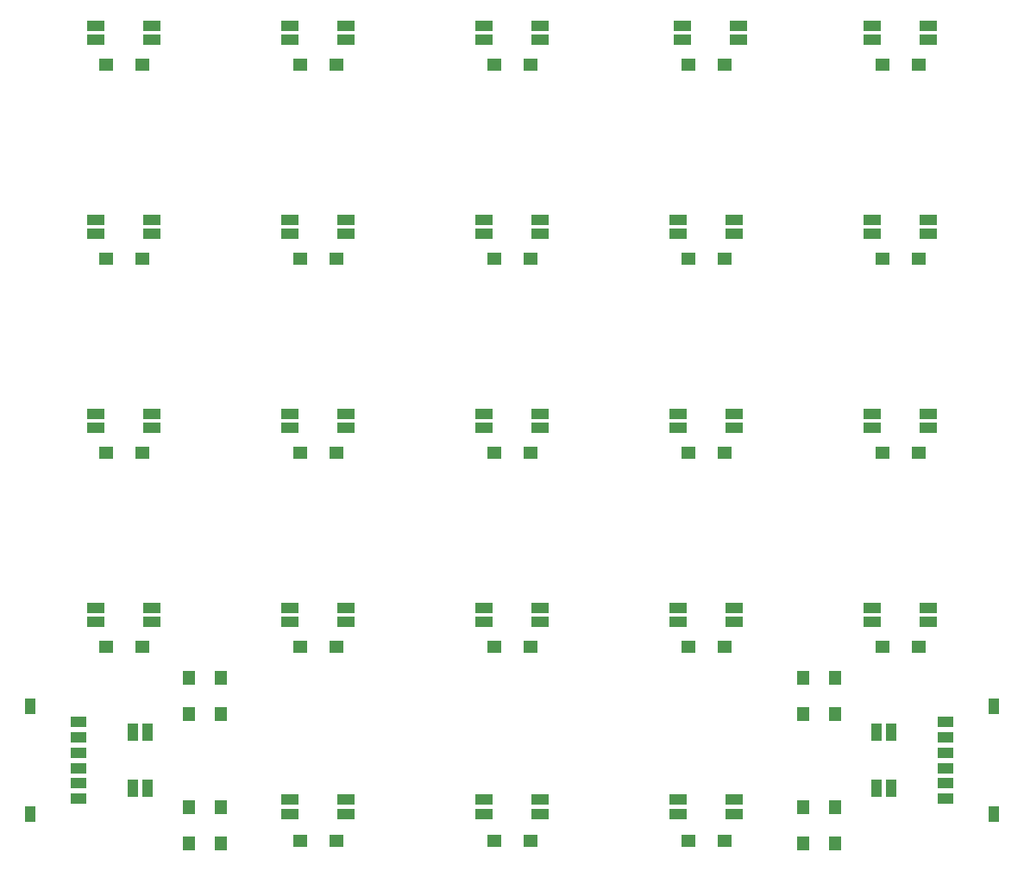
<source format=gbp>
G04 #@! TF.GenerationSoftware,KiCad,Pcbnew,(6.0.7)*
G04 #@! TF.CreationDate,2022-09-23T02:39:01+09:00*
G04 #@! TF.ProjectId,xipher_kbd_nohot,78697068-6572-45f6-9b62-645f6e6f686f,rev?*
G04 #@! TF.SameCoordinates,Original*
G04 #@! TF.FileFunction,Paste,Bot*
G04 #@! TF.FilePolarity,Positive*
%FSLAX46Y46*%
G04 Gerber Fmt 4.6, Leading zero omitted, Abs format (unit mm)*
G04 Created by KiCad (PCBNEW (6.0.7)) date 2022-09-23 02:39:01*
%MOMM*%
%LPD*%
G01*
G04 APERTURE LIST*
%ADD10R,1.300000X1.400000*%
%ADD11R,1.400000X1.300000*%
%ADD12R,1.700000X1.000000*%
%ADD13R,1.600000X1.000000*%
%ADD14R,1.100000X1.600000*%
%ADD15R,1.000000X1.700000*%
G04 APERTURE END LIST*
D10*
X109512500Y-127187500D03*
X109512500Y-123637500D03*
D11*
X60137500Y-50800000D03*
X63687500Y-50800000D03*
D12*
X40112500Y-46925000D03*
X40112500Y-48325000D03*
X45612500Y-48325000D03*
X45612500Y-46925000D03*
D10*
X109512500Y-114487500D03*
X109512500Y-110937500D03*
D11*
X79187500Y-127000000D03*
X82737500Y-127000000D03*
X98237500Y-50800000D03*
X101787500Y-50800000D03*
D10*
X49212500Y-114487500D03*
X49212500Y-110937500D03*
D11*
X117287500Y-88900000D03*
X120837500Y-88900000D03*
D12*
X78212500Y-122925000D03*
X78212500Y-124325000D03*
X83712500Y-124325000D03*
X83712500Y-122925000D03*
D11*
X117287500Y-107950000D03*
X120837500Y-107950000D03*
D12*
X78212500Y-46925000D03*
X78212500Y-48325000D03*
X83712500Y-48325000D03*
X83712500Y-46925000D03*
X59162500Y-85025000D03*
X59162500Y-86425000D03*
X64662500Y-86425000D03*
X64662500Y-85025000D03*
X40112500Y-85025000D03*
X40112500Y-86425000D03*
X45612500Y-86425000D03*
X45612500Y-85025000D03*
D11*
X98237500Y-107950000D03*
X101787500Y-107950000D03*
X41087500Y-50800000D03*
X44637500Y-50800000D03*
D13*
X123462500Y-122812500D03*
X123462500Y-121312500D03*
X123462500Y-118312500D03*
X123462500Y-116812500D03*
D14*
X128262500Y-113762500D03*
D13*
X123462500Y-115312500D03*
D14*
X128262500Y-124362500D03*
D13*
X123462500Y-119812500D03*
D11*
X79187500Y-50800000D03*
X82737500Y-50800000D03*
X41087500Y-88900000D03*
X44637500Y-88900000D03*
D12*
X59162500Y-104075000D03*
X59162500Y-105475000D03*
X64662500Y-105475000D03*
X64662500Y-104075000D03*
D11*
X79187500Y-88900000D03*
X82737500Y-88900000D03*
D12*
X59162500Y-122925000D03*
X59162500Y-124325000D03*
X64662500Y-124325000D03*
X64662500Y-122925000D03*
X78212500Y-65975000D03*
X78212500Y-67375000D03*
X83712500Y-67375000D03*
X83712500Y-65975000D03*
D10*
X49212500Y-127187500D03*
X49212500Y-123637500D03*
D11*
X79187500Y-69850000D03*
X82737500Y-69850000D03*
D13*
X38437500Y-115312500D03*
X38437500Y-116812500D03*
X38437500Y-119812500D03*
X38437500Y-121312500D03*
D14*
X33637500Y-124362500D03*
D13*
X38437500Y-122812500D03*
D14*
X33637500Y-113762500D03*
D13*
X38437500Y-118312500D03*
D12*
X97262500Y-85025000D03*
X97262500Y-86425000D03*
X102762500Y-86425000D03*
X102762500Y-85025000D03*
D10*
X112687500Y-114487500D03*
X112687500Y-110937500D03*
D12*
X116312500Y-85025000D03*
X116312500Y-86425000D03*
X121812500Y-86425000D03*
X121812500Y-85025000D03*
X40112500Y-104075000D03*
X40112500Y-105475000D03*
X45612500Y-105475000D03*
X45612500Y-104075000D03*
D11*
X98237500Y-127000000D03*
X101787500Y-127000000D03*
X98237500Y-69850000D03*
X101787500Y-69850000D03*
X60137500Y-107950000D03*
X63687500Y-107950000D03*
D15*
X116750000Y-121812500D03*
X118150000Y-121812500D03*
X118150000Y-116312500D03*
X116750000Y-116312500D03*
D12*
X97262500Y-104075000D03*
X97262500Y-105475000D03*
X102762500Y-105475000D03*
X102762500Y-104075000D03*
X116312500Y-46925000D03*
X116312500Y-48325000D03*
X121812500Y-48325000D03*
X121812500Y-46925000D03*
X97631300Y-46925000D03*
X97631300Y-48325000D03*
X103131300Y-48325000D03*
X103131300Y-46925000D03*
X59162500Y-46925000D03*
X59162500Y-48325000D03*
X64662500Y-48325000D03*
X64662500Y-46925000D03*
D11*
X60137500Y-88900000D03*
X63687500Y-88900000D03*
X79187500Y-107950000D03*
X82737500Y-107950000D03*
X41087500Y-107950000D03*
X44637500Y-107950000D03*
X60137500Y-69850000D03*
X63687500Y-69850000D03*
D12*
X59162500Y-65975000D03*
X59162500Y-67375000D03*
X64662500Y-67375000D03*
X64662500Y-65975000D03*
X116312500Y-104075000D03*
X116312500Y-105475000D03*
X121812500Y-105475000D03*
X121812500Y-104075000D03*
D11*
X60137500Y-127000000D03*
X63687500Y-127000000D03*
X98237500Y-88900000D03*
X101787500Y-88900000D03*
D12*
X116312500Y-65975000D03*
X116312500Y-67375000D03*
X121812500Y-67375000D03*
X121812500Y-65975000D03*
D10*
X112687500Y-127187500D03*
X112687500Y-123637500D03*
D11*
X41087500Y-69850000D03*
X44637500Y-69850000D03*
X117287500Y-69850000D03*
X120837500Y-69850000D03*
D12*
X40112500Y-65975000D03*
X40112500Y-67375000D03*
X45612500Y-67375000D03*
X45612500Y-65975000D03*
D15*
X43750000Y-121812500D03*
X45150000Y-121812500D03*
X45150000Y-116312500D03*
X43750000Y-116312500D03*
D12*
X78212500Y-85025000D03*
X78212500Y-86425000D03*
X83712500Y-86425000D03*
X83712500Y-85025000D03*
X97262500Y-65975000D03*
X97262500Y-67375000D03*
X102762500Y-67375000D03*
X102762500Y-65975000D03*
X78212500Y-104075000D03*
X78212500Y-105475000D03*
X83712500Y-105475000D03*
X83712500Y-104075000D03*
X97262500Y-122925000D03*
X97262500Y-124325000D03*
X102762500Y-124325000D03*
X102762500Y-122925000D03*
D10*
X52387500Y-127187500D03*
X52387500Y-123637500D03*
X52387500Y-114487500D03*
X52387500Y-110937500D03*
D11*
X117287500Y-50800000D03*
X120837500Y-50800000D03*
M02*

</source>
